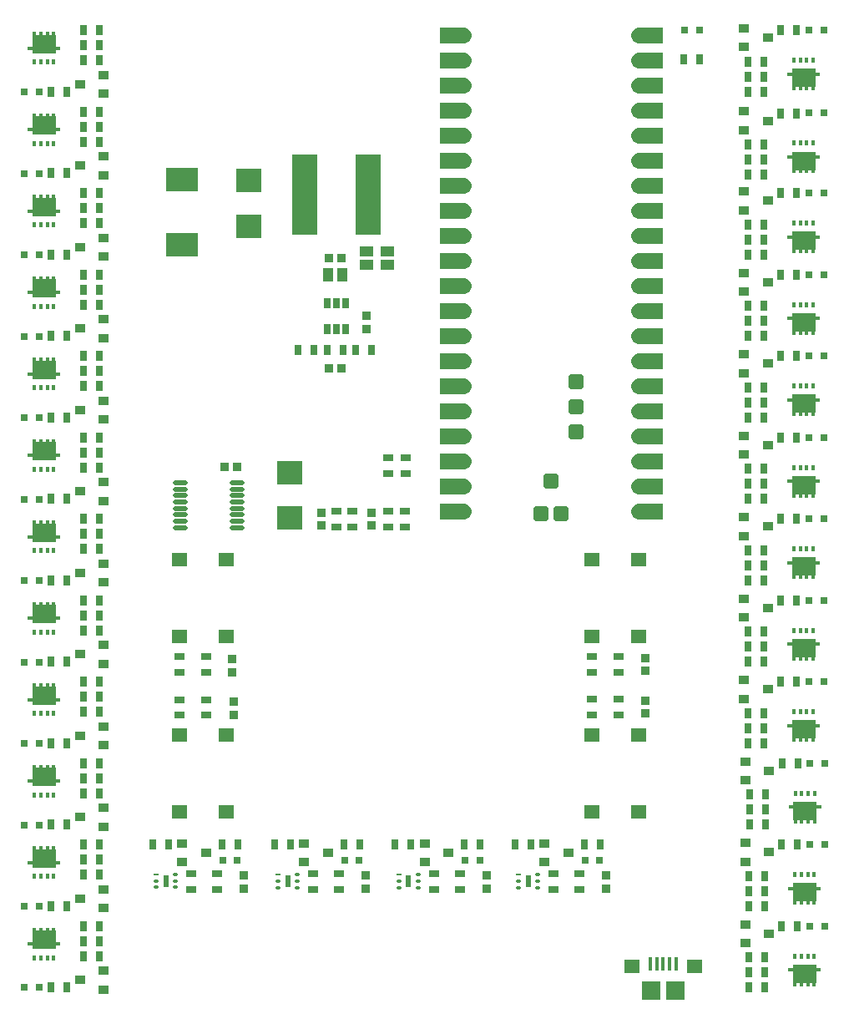
<source format=gtp>
G04*
G04 #@! TF.GenerationSoftware,Altium Limited,Altium Designer,23.2.1 (34)*
G04*
G04 Layer_Color=8421504*
%FSAX44Y44*%
%MOMM*%
G71*
G04*
G04 #@! TF.SameCoordinates,82B26229-18A1-4F51-8350-021A8CAF8BEE*
G04*
G04*
G04 #@! TF.FilePolarity,Positive*
G04*
G01*
G75*
%ADD19R,0.6154X1.2154*%
%ADD20R,0.8000X0.8000*%
%ADD21R,0.8000X1.1000*%
%ADD22R,0.5561X0.2925*%
G04:AMPARAMS|DCode=23|XSize=0.5561mm|YSize=0.2925mm|CornerRadius=0.1462mm|HoleSize=0mm|Usage=FLASHONLY|Rotation=0.000|XOffset=0mm|YOffset=0mm|HoleType=Round|Shape=RoundedRectangle|*
%AMROUNDEDRECTD23*
21,1,0.5561,0.0000,0,0,0.0*
21,1,0.2636,0.2925,0,0,0.0*
1,1,0.2925,0.1318,0.0000*
1,1,0.2925,-0.1318,0.0000*
1,1,0.2925,-0.1318,0.0000*
1,1,0.2925,0.1318,0.0000*
%
%ADD23ROUNDEDRECTD23*%
G04:AMPARAMS|DCode=24|XSize=1.1mm|YSize=0.6mm|CornerRadius=0.051mm|HoleSize=0mm|Usage=FLASHONLY|Rotation=270.000|XOffset=0mm|YOffset=0mm|HoleType=Round|Shape=RoundedRectangle|*
%AMROUNDEDRECTD24*
21,1,1.1000,0.4980,0,0,270.0*
21,1,0.9980,0.6000,0,0,270.0*
1,1,0.1020,-0.2490,-0.4990*
1,1,0.1020,-0.2490,0.4990*
1,1,0.1020,0.2490,0.4990*
1,1,0.1020,0.2490,-0.4990*
%
%ADD24ROUNDEDRECTD24*%
%ADD25R,0.9000X0.8500*%
%ADD26R,1.1000X0.8000*%
%ADD27R,0.8500X0.9000*%
%ADD28R,1.3500X1.1000*%
%ADD29R,2.6000X2.4000*%
%ADD30R,0.4000X1.3500*%
%ADD31R,1.6000X1.4000*%
%ADD32R,1.9000X1.9000*%
%ADD33R,1.0000X0.8500*%
%ADD34R,1.0000X0.8500*%
%ADD35R,2.4000X1.9000*%
%ADD36R,0.5000X0.3500*%
%ADD37R,0.3500X0.5000*%
%ADD38O,1.5000X0.4500*%
%ADD39R,3.3000X2.4000*%
%ADD40R,2.5000X1.0000*%
G04:AMPARAMS|DCode=41|XSize=2.5mm|YSize=1mm|CornerRadius=0.125mm|HoleSize=0mm|Usage=FLASHONLY|Rotation=180.000|XOffset=0mm|YOffset=0mm|HoleType=Round|Shape=RoundedRectangle|*
%AMROUNDEDRECTD41*
21,1,2.5000,0.7500,0,0,180.0*
21,1,2.2500,1.0000,0,0,180.0*
1,1,0.2500,-1.1250,0.3750*
1,1,0.2500,1.1250,0.3750*
1,1,0.2500,1.1250,-0.3750*
1,1,0.2500,-1.1250,-0.3750*
%
%ADD41ROUNDEDRECTD41*%
G04:AMPARAMS|DCode=42|XSize=1.5mm|YSize=1.5mm|CornerRadius=0.225mm|HoleSize=0mm|Usage=FLASHONLY|Rotation=180.000|XOffset=0mm|YOffset=0mm|HoleType=Round|Shape=RoundedRectangle|*
%AMROUNDEDRECTD42*
21,1,1.5000,1.0500,0,0,180.0*
21,1,1.0500,1.5000,0,0,180.0*
1,1,0.4500,-0.5250,0.5250*
1,1,0.4500,0.5250,0.5250*
1,1,0.4500,0.5250,-0.5250*
1,1,0.4500,-0.5250,-0.5250*
%
%ADD42ROUNDEDRECTD42*%
%ADD43R,1.6000X1.4000*%
%ADD44R,2.5000X8.1000*%
%ADD45R,1.1000X1.3500*%
G36*
X00525380Y00500600D02*
X00526433D01*
X00528468Y00500055D01*
X00530292Y00499002D01*
X00531782Y00497512D01*
X00532835Y00495688D01*
X00533380Y00493653D01*
Y00491547D01*
X00532835Y00489512D01*
X00531782Y00487688D01*
X00530292Y00486198D01*
X00528468Y00485145D01*
X00526433Y00484600D01*
X00525380D01*
Y00484600D01*
X00501380D01*
X00501380Y00500600D01*
X00525380D01*
X00525380Y00500600D01*
D02*
G37*
G36*
Y00526000D02*
X00526433D01*
X00528468Y00525455D01*
X00530292Y00524402D01*
X00531782Y00522912D01*
X00532835Y00521088D01*
X00533380Y00519053D01*
Y00516947D01*
X00532835Y00514912D01*
X00531782Y00513088D01*
X00530292Y00511598D01*
X00528468Y00510545D01*
X00526433Y00510000D01*
X00525380D01*
X00525380Y00510000D01*
X00501380Y00510000D01*
X00501380Y00526000D01*
X00525380Y00526000D01*
D02*
G37*
G36*
X00528468Y00550855D02*
X00530292Y00549802D01*
X00531782Y00548312D01*
X00532835Y00546488D01*
X00533380Y00544453D01*
Y00542347D01*
X00532835Y00540312D01*
X00531782Y00538488D01*
X00530292Y00536998D01*
X00528468Y00535945D01*
X00526433Y00535400D01*
X00525380D01*
Y00535400D01*
X00501380Y00535400D01*
X00501380Y00551400D01*
X00526433D01*
X00528468Y00550855D01*
D02*
G37*
G36*
X00525380Y00576800D02*
X00526433D01*
X00528468Y00576255D01*
X00530292Y00575202D01*
X00531782Y00573712D01*
X00532835Y00571888D01*
X00533380Y00569853D01*
Y00567747D01*
X00532835Y00565712D01*
X00531782Y00563888D01*
X00530292Y00562398D01*
X00528468Y00561345D01*
X00526433Y00560800D01*
X00525380D01*
X00501380Y00560800D01*
Y00576800D01*
X00525380Y00576800D01*
Y00576800D01*
D02*
G37*
G36*
Y00602200D02*
X00526433D01*
X00528468Y00601655D01*
X00530292Y00600602D01*
X00531782Y00599112D01*
X00532835Y00597288D01*
X00533380Y00595253D01*
Y00593147D01*
X00532835Y00591112D01*
X00531782Y00589288D01*
X00530292Y00587798D01*
X00528468Y00586745D01*
X00526433Y00586200D01*
X00525380Y00586200D01*
X00501380Y00586200D01*
Y00602200D01*
X00525380Y00602200D01*
X00525380Y00602200D01*
D02*
G37*
G36*
X00727220Y00484600D02*
X00703220D01*
Y00484600D01*
X00702167D01*
X00700132Y00485145D01*
X00698308Y00486198D01*
X00696818Y00487688D01*
X00695765Y00489512D01*
X00695220Y00491547D01*
Y00493653D01*
X00695765Y00495688D01*
X00696818Y00497512D01*
X00698308Y00499002D01*
X00700132Y00500055D01*
X00702167Y00500600D01*
X00703220D01*
X00703220Y00500600D01*
X00727220D01*
X00727220Y00484600D01*
D02*
G37*
G36*
X00727220Y00510000D02*
X00703220D01*
X00702167Y00510000D01*
X00700132Y00510545D01*
X00698308Y00511598D01*
X00696818Y00513088D01*
X00695765Y00514912D01*
X00695220Y00516947D01*
Y00519053D01*
X00695765Y00521088D01*
X00696818Y00522912D01*
X00698308Y00524402D01*
X00700132Y00525455D01*
X00702167Y00526000D01*
X00727220D01*
X00727220Y00510000D01*
D02*
G37*
G36*
Y00535400D02*
X00703220Y00535400D01*
Y00535400D01*
X00702167D01*
X00700132Y00535945D01*
X00698308Y00536998D01*
X00696818Y00538488D01*
X00695765Y00540312D01*
X00695220Y00542347D01*
Y00544453D01*
X00695765Y00546488D01*
X00696818Y00548312D01*
X00698308Y00549802D01*
X00700132Y00550855D01*
X00702167Y00551400D01*
X00727220D01*
X00727220Y00535400D01*
D02*
G37*
G36*
X00727220Y00560800D02*
X00703220Y00560800D01*
X00702167D01*
X00700132Y00561345D01*
X00698308Y00562398D01*
X00696818Y00563888D01*
X00695765Y00565712D01*
X00695220Y00567747D01*
Y00569853D01*
X00695765Y00571888D01*
X00696818Y00573712D01*
X00698308Y00575202D01*
X00700132Y00576255D01*
X00702167Y00576800D01*
X00727220D01*
X00727220Y00560800D01*
D02*
G37*
G36*
Y00586200D02*
X00703220D01*
X00702167Y00586200D01*
X00700132Y00586745D01*
X00698308Y00587798D01*
X00696818Y00589288D01*
X00695765Y00591112D01*
X00695220Y00593147D01*
Y00595253D01*
X00695765Y00597288D01*
X00696818Y00599112D01*
X00698308Y00600602D01*
X00700132Y00601655D01*
X00702167Y00602200D01*
X00727220D01*
X00727220Y00586200D01*
D02*
G37*
G36*
X00525380Y00627600D02*
Y00627600D01*
X00526433D01*
X00528468Y00627055D01*
X00530292Y00626002D01*
X00531782Y00624512D01*
X00532835Y00622688D01*
X00533380Y00620653D01*
Y00618547D01*
X00532835Y00616512D01*
X00531782Y00614688D01*
X00530292Y00613198D01*
X00528468Y00612145D01*
X00526433Y00611600D01*
X00525380Y00611600D01*
X00501380D01*
Y00627600D01*
X00525380Y00627600D01*
D02*
G37*
G36*
X00528468Y00652455D02*
X00530292Y00651402D01*
X00531782Y00649912D01*
X00532835Y00648088D01*
X00533380Y00646053D01*
Y00643947D01*
X00532835Y00641912D01*
X00531782Y00640088D01*
X00530292Y00638598D01*
X00528468Y00637545D01*
X00526433Y00637000D01*
X00525380Y00637000D01*
X00501380D01*
Y00653000D01*
X00525380Y00653000D01*
X00526433D01*
X00528468Y00652455D01*
D02*
G37*
G36*
Y00677855D02*
X00530292Y00676802D01*
X00531782Y00675312D01*
X00532835Y00673488D01*
X00533380Y00671453D01*
Y00669347D01*
X00532835Y00667312D01*
X00531782Y00665488D01*
X00530292Y00663998D01*
X00528468Y00662945D01*
X00526433Y00662400D01*
X00525380Y00662400D01*
X00501380D01*
X00501380Y00678400D01*
X00525380D01*
Y00678400D01*
X00526433D01*
X00528468Y00677855D01*
D02*
G37*
G36*
X00525380Y00703800D02*
X00526433D01*
X00528468Y00703255D01*
X00530292Y00702202D01*
X00531782Y00700712D01*
X00532835Y00698888D01*
X00533380Y00696853D01*
Y00694747D01*
X00532835Y00692712D01*
X00531782Y00690888D01*
X00530292Y00689398D01*
X00528468Y00688345D01*
X00526433Y00687800D01*
X00525380D01*
Y00687800D01*
X00501380Y00687800D01*
X00501380Y00703800D01*
X00525380Y00703800D01*
D02*
G37*
G36*
Y00729200D02*
X00526433D01*
X00528468Y00728655D01*
X00530292Y00727602D01*
X00531782Y00726112D01*
X00532835Y00724288D01*
X00533380Y00722253D01*
Y00720147D01*
X00532835Y00718112D01*
X00531782Y00716288D01*
X00530292Y00714798D01*
X00528468Y00713745D01*
X00526433Y00713200D01*
X00525380D01*
Y00713200D01*
X00501380D01*
X00501380Y00729200D01*
X00525380D01*
X00525380Y00729200D01*
D02*
G37*
G36*
X00727220Y00611600D02*
X00703220D01*
X00702167Y00611600D01*
X00700132Y00612145D01*
X00698308Y00613198D01*
X00696818Y00614688D01*
X00695765Y00616512D01*
X00695220Y00618547D01*
Y00620653D01*
X00695765Y00622688D01*
X00696818Y00624512D01*
X00698308Y00626002D01*
X00700132Y00627055D01*
X00702167Y00627600D01*
X00703220D01*
Y00627600D01*
X00727220Y00627600D01*
Y00611600D01*
D02*
G37*
G36*
X00727220Y00653000D02*
Y00637000D01*
X00703220D01*
X00702167Y00637000D01*
X00700132Y00637545D01*
X00698308Y00638598D01*
X00696818Y00640088D01*
X00695765Y00641912D01*
X00695220Y00643947D01*
Y00646053D01*
X00695765Y00648088D01*
X00696818Y00649912D01*
X00698308Y00651402D01*
X00700132Y00652455D01*
X00702167Y00653000D01*
X00703220D01*
X00727220Y00653000D01*
D02*
G37*
G36*
X00703220Y00678400D02*
X00727220D01*
X00727220Y00662400D01*
X00702167D01*
X00700132Y00662945D01*
X00698308Y00663998D01*
X00696818Y00665488D01*
X00695765Y00667312D01*
X00695220Y00669347D01*
Y00671453D01*
X00695765Y00673488D01*
X00696818Y00675312D01*
X00698308Y00676802D01*
X00700132Y00677855D01*
X00702167Y00678400D01*
X00703220D01*
X00703220Y00678400D01*
D02*
G37*
G36*
X00727220Y00687800D02*
X00703220D01*
Y00687800D01*
X00702167D01*
X00700132Y00688345D01*
X00698308Y00689398D01*
X00696818Y00690888D01*
X00695765Y00692712D01*
X00695220Y00694747D01*
Y00696853D01*
X00695765Y00698888D01*
X00696818Y00700712D01*
X00698308Y00702202D01*
X00700132Y00703255D01*
X00702167Y00703800D01*
X00703220D01*
X00703220Y00703800D01*
X00727220D01*
X00727220Y00687800D01*
D02*
G37*
G36*
Y00713200D02*
X00703220D01*
Y00713200D01*
X00702167D01*
X00700132Y00713745D01*
X00698308Y00714798D01*
X00696818Y00716288D01*
X00695765Y00718112D01*
X00695220Y00720147D01*
Y00722253D01*
X00695765Y00724288D01*
X00696818Y00726112D01*
X00698308Y00727602D01*
X00700132Y00728655D01*
X00702167Y00729200D01*
X00703220D01*
X00703220Y00729200D01*
X00727220D01*
X00727220Y00713200D01*
D02*
G37*
G36*
X00525380Y00754600D02*
X00526433D01*
X00528468Y00754055D01*
X00530292Y00753002D01*
X00531782Y00751512D01*
X00532835Y00749688D01*
X00533380Y00747653D01*
Y00745547D01*
X00532835Y00743512D01*
X00531782Y00741688D01*
X00530292Y00740198D01*
X00528468Y00739145D01*
X00526433Y00738600D01*
X00525380D01*
Y00738600D01*
X00501380Y00738600D01*
X00501380Y00754600D01*
X00525380Y00754600D01*
D02*
G37*
G36*
X00528468Y00779455D02*
X00530292Y00778402D01*
X00531782Y00776912D01*
X00532835Y00775088D01*
X00533380Y00773053D01*
Y00770947D01*
X00532835Y00768912D01*
X00531782Y00767088D01*
X00530292Y00765598D01*
X00528468Y00764545D01*
X00526433Y00764000D01*
X00525380D01*
X00501380Y00764000D01*
X00501380Y00780000D01*
X00526433D01*
X00528468Y00779455D01*
D02*
G37*
G36*
X00528468Y00804855D02*
X00530292Y00803802D01*
X00531782Y00802312D01*
X00532835Y00800488D01*
X00533380Y00798453D01*
Y00796347D01*
X00532835Y00794312D01*
X00531782Y00792488D01*
X00530292Y00790998D01*
X00528468Y00789945D01*
X00526433Y00789400D01*
X00525380Y00789400D01*
X00501380Y00789400D01*
Y00805400D01*
X00525380Y00805400D01*
X00526433D01*
X00528468Y00804855D01*
D02*
G37*
G36*
X00525380Y00830800D02*
X00526433D01*
X00528468Y00830255D01*
X00530292Y00829202D01*
X00531782Y00827712D01*
X00532835Y00825888D01*
X00533380Y00823853D01*
Y00821747D01*
X00532835Y00819712D01*
X00531782Y00817888D01*
X00530292Y00816398D01*
X00528468Y00815345D01*
X00526433Y00814800D01*
X00525380Y00814800D01*
X00501380D01*
X00501380Y00830800D01*
X00525380Y00830800D01*
X00525380Y00830800D01*
D02*
G37*
G36*
X00525380Y00856200D02*
Y00856200D01*
X00526433D01*
X00528468Y00855655D01*
X00530292Y00854602D01*
X00531782Y00853112D01*
X00532835Y00851288D01*
X00533380Y00849253D01*
Y00847147D01*
X00532835Y00845112D01*
X00531782Y00843288D01*
X00530292Y00841798D01*
X00528468Y00840745D01*
X00526433Y00840200D01*
X00525380Y00840200D01*
X00501380D01*
X00501380Y00856200D01*
X00525380Y00856200D01*
D02*
G37*
G36*
X00727220Y00738600D02*
X00703220Y00738600D01*
X00703220Y00738600D01*
X00702167D01*
X00700132Y00739145D01*
X00698308Y00740198D01*
X00696818Y00741688D01*
X00695765Y00743512D01*
X00695220Y00745547D01*
Y00747653D01*
X00695765Y00749688D01*
X00696818Y00751512D01*
X00698308Y00753002D01*
X00700132Y00754055D01*
X00702167Y00754600D01*
X00727220D01*
X00727220Y00738600D01*
D02*
G37*
G36*
Y00764000D02*
X00703220Y00764000D01*
X00702167D01*
X00700132Y00764545D01*
X00698308Y00765598D01*
X00696818Y00767088D01*
X00695765Y00768912D01*
X00695220Y00770947D01*
Y00773053D01*
X00695765Y00775088D01*
X00696818Y00776912D01*
X00698308Y00778402D01*
X00700132Y00779455D01*
X00702167Y00780000D01*
X00727220D01*
X00727220Y00764000D01*
D02*
G37*
G36*
Y00789400D02*
X00703220Y00789400D01*
X00702167D01*
X00700132Y00789945D01*
X00698308Y00790998D01*
X00696818Y00792488D01*
X00695765Y00794312D01*
X00695220Y00796347D01*
Y00798453D01*
X00695765Y00800488D01*
X00696818Y00802312D01*
X00698308Y00803802D01*
X00700132Y00804855D01*
X00702167Y00805400D01*
X00727220D01*
Y00789400D01*
D02*
G37*
G36*
Y00830800D02*
X00727220Y00814800D01*
X00703220Y00814800D01*
X00702167Y00814800D01*
X00700132Y00815345D01*
X00698308Y00816398D01*
X00696818Y00817888D01*
X00695765Y00819712D01*
X00695220Y00821747D01*
Y00823853D01*
X00695765Y00825888D01*
X00696818Y00827712D01*
X00698308Y00829202D01*
X00700132Y00830255D01*
X00702167Y00830800D01*
X00703220D01*
X00703220Y00830800D01*
X00727220Y00830800D01*
D02*
G37*
G36*
X00727220Y00840200D02*
X00703220D01*
X00702167Y00840200D01*
X00700132Y00840745D01*
X00698308Y00841798D01*
X00696818Y00843288D01*
X00695765Y00845112D01*
X00695220Y00847147D01*
Y00849253D01*
X00695765Y00851288D01*
X00696818Y00853112D01*
X00698308Y00854602D01*
X00700132Y00855655D01*
X00702167Y00856200D01*
X00703220D01*
Y00856200D01*
X00727220Y00856200D01*
Y00840200D01*
D02*
G37*
G36*
X00528468Y00881055D02*
X00530292Y00880002D01*
X00531782Y00878512D01*
X00532835Y00876688D01*
X00533380Y00874653D01*
Y00872547D01*
X00532835Y00870512D01*
X00531782Y00868688D01*
X00530292Y00867198D01*
X00528468Y00866145D01*
X00526433Y00865600D01*
X00525380Y00865600D01*
X00501380D01*
Y00881600D01*
X00525380Y00881600D01*
X00526433D01*
X00528468Y00881055D01*
D02*
G37*
G36*
Y00906455D02*
X00530292Y00905402D01*
X00531782Y00903912D01*
X00532835Y00902088D01*
X00533380Y00900053D01*
Y00897947D01*
X00532835Y00895912D01*
X00531782Y00894088D01*
X00530292Y00892598D01*
X00528468Y00891545D01*
X00526433Y00891000D01*
X00525380Y00891000D01*
X00501380D01*
X00501380Y00907000D01*
X00525380D01*
Y00907000D01*
X00526433D01*
X00528468Y00906455D01*
D02*
G37*
G36*
X00525380Y00932400D02*
X00526433D01*
X00528468Y00931855D01*
X00530292Y00930802D01*
X00531782Y00929312D01*
X00532835Y00927488D01*
X00533380Y00925453D01*
Y00923347D01*
X00532835Y00921312D01*
X00531782Y00919488D01*
X00530292Y00917998D01*
X00528468Y00916945D01*
X00526433Y00916400D01*
X00525380D01*
Y00916400D01*
X00501380Y00916400D01*
X00501380Y00932400D01*
X00525380D01*
X00525380Y00932400D01*
D02*
G37*
G36*
X00528468Y00957255D02*
X00530292Y00956202D01*
X00531782Y00954712D01*
X00532835Y00952888D01*
X00533380Y00950853D01*
Y00948747D01*
X00532835Y00946712D01*
X00531782Y00944888D01*
X00530292Y00943398D01*
X00528468Y00942345D01*
X00526433Y00941800D01*
X00525380Y00941800D01*
X00501380Y00941800D01*
Y00957800D01*
X00526433D01*
X00528468Y00957255D01*
D02*
G37*
G36*
X00525380Y00983200D02*
X00526433D01*
X00528468Y00982655D01*
X00530292Y00981602D01*
X00531782Y00980112D01*
X00532835Y00978288D01*
X00533380Y00976253D01*
Y00974147D01*
X00532835Y00972112D01*
X00531782Y00970288D01*
X00530292Y00968798D01*
X00528468Y00967745D01*
X00526433Y00967200D01*
X00525380D01*
Y00967200D01*
X00501380Y00967200D01*
X00501380Y00983200D01*
X00525380Y00983200D01*
D02*
G37*
G36*
X00727220Y00865600D02*
X00703220D01*
X00702167Y00865600D01*
X00700132Y00866145D01*
X00698308Y00867198D01*
X00696818Y00868688D01*
X00695765Y00870512D01*
X00695220Y00872547D01*
Y00874653D01*
X00695765Y00876688D01*
X00696818Y00878512D01*
X00698308Y00880002D01*
X00700132Y00881055D01*
X00702167Y00881600D01*
X00727220D01*
X00727220Y00865600D01*
D02*
G37*
G36*
X00703220Y00907000D02*
X00727220D01*
X00727220Y00891000D01*
X00703220D01*
X00702167Y00891000D01*
X00700132Y00891545D01*
X00698308Y00892598D01*
X00696818Y00894088D01*
X00695765Y00895912D01*
X00695220Y00897947D01*
Y00900053D01*
X00695765Y00902088D01*
X00696818Y00903912D01*
X00698308Y00905402D01*
X00700132Y00906455D01*
X00702167Y00907000D01*
X00703220D01*
Y00907000D01*
D02*
G37*
G36*
X00727220Y00916400D02*
X00703220Y00916400D01*
Y00916400D01*
X00702167D01*
X00700132Y00916945D01*
X00698308Y00917998D01*
X00696818Y00919488D01*
X00695765Y00921312D01*
X00695220Y00923347D01*
Y00925453D01*
X00695765Y00927488D01*
X00696818Y00929312D01*
X00698308Y00930802D01*
X00700132Y00931855D01*
X00702167Y00932400D01*
X00703220D01*
X00703220Y00932400D01*
X00727220D01*
X00727220Y00916400D01*
D02*
G37*
G36*
Y00941800D02*
X00703220D01*
X00702167Y00941800D01*
X00700132Y00942345D01*
X00698308Y00943398D01*
X00696818Y00944888D01*
X00695765Y00946712D01*
X00695220Y00948747D01*
Y00950853D01*
X00695765Y00952888D01*
X00696818Y00954712D01*
X00698308Y00956202D01*
X00700132Y00957255D01*
X00702167Y00957800D01*
X00727220D01*
X00727220Y00941800D01*
D02*
G37*
G36*
X00727220Y00967200D02*
X00703220Y00967200D01*
Y00967200D01*
X00702167D01*
X00700132Y00967745D01*
X00698308Y00968798D01*
X00696818Y00970288D01*
X00695765Y00972112D01*
X00695220Y00974147D01*
Y00976253D01*
X00695765Y00978288D01*
X00696818Y00980112D01*
X00698308Y00981602D01*
X00700132Y00982655D01*
X00702167Y00983200D01*
X00727220D01*
X00727220Y00967200D01*
D02*
G37*
D19*
X00347027Y00118238D02*
D03*
X00223427Y00118268D02*
D03*
X00590881Y00118238D02*
D03*
X00469347D02*
D03*
D20*
X00749420Y00980440D02*
D03*
X00764420D02*
D03*
X00079700Y00092646D02*
D03*
X00094700D02*
D03*
X00079700Y00422846D02*
D03*
X00094700D02*
D03*
X00079700Y00670496D02*
D03*
X00094700D02*
D03*
X00079700Y00505396D02*
D03*
X00094700D02*
D03*
X00079700Y00753046D02*
D03*
X00094700D02*
D03*
X00891540Y00072454D02*
D03*
X00876540D02*
D03*
X00875540Y00320104D02*
D03*
X00890540D02*
D03*
X00079700Y00175196D02*
D03*
X00094700D02*
D03*
X00526796Y00139117D02*
D03*
X00541796D02*
D03*
X00280876D02*
D03*
X00295876D02*
D03*
X00079700Y00257746D02*
D03*
X00094700D02*
D03*
X00648330Y00139117D02*
D03*
X00663330D02*
D03*
X00875540Y00567754D02*
D03*
X00890540D02*
D03*
X00079700Y00340296D02*
D03*
X00094700D02*
D03*
X00079700Y00587946D02*
D03*
X00094700D02*
D03*
X00876810Y00237554D02*
D03*
X00891810Y00237554D02*
D03*
X00875540Y00815395D02*
D03*
X00890540D02*
D03*
X00404476Y00139117D02*
D03*
X00419476D02*
D03*
X00875540Y00485204D02*
D03*
X00890540D02*
D03*
X00875540Y00650304D02*
D03*
X00890540D02*
D03*
X00094700Y00835596D02*
D03*
X00079700Y00835596D02*
D03*
Y00918146D02*
D03*
X00094700D02*
D03*
X00876540Y00155004D02*
D03*
X00891540D02*
D03*
X00875540Y00402654D02*
D03*
X00890540D02*
D03*
X00875540Y00732854D02*
D03*
X00890540D02*
D03*
X00094700Y00010160D02*
D03*
X00079700D02*
D03*
X00890540Y00980704D02*
D03*
X00875540Y00980704D02*
D03*
X00890540Y00896664D02*
D03*
X00875540D02*
D03*
D21*
X00748920Y00951230D02*
D03*
X00764920D02*
D03*
X00830960Y00040640D02*
D03*
X00814960D02*
D03*
X00863980Y00154940D02*
D03*
X00847980D02*
D03*
X00815230Y00205740D02*
D03*
X00831230D02*
D03*
X00813960Y00288290D02*
D03*
X00829960D02*
D03*
X00864250Y00237490D02*
D03*
X00848250D02*
D03*
X00156280Y00057150D02*
D03*
X00140280D02*
D03*
X00829960Y00588010D02*
D03*
X00813960D02*
D03*
X00813960Y00685800D02*
D03*
X00829960D02*
D03*
X00813960Y00768341D02*
D03*
X00829960D02*
D03*
X00156280Y00320040D02*
D03*
X00140280D02*
D03*
Y00454660D02*
D03*
X00156280D02*
D03*
Y00402590D02*
D03*
X00140280D02*
D03*
Y00372110D02*
D03*
X00156280D02*
D03*
X00123260Y00422910D02*
D03*
X00107260D02*
D03*
X00123260Y00505460D02*
D03*
X00107260D02*
D03*
X00156280Y00567690D02*
D03*
X00140280D02*
D03*
X00156280Y00650240D02*
D03*
X00140280D02*
D03*
Y00619760D02*
D03*
X00156280D02*
D03*
X00123260Y00670560D02*
D03*
X00107260D02*
D03*
X00140280Y00702310D02*
D03*
X00156280D02*
D03*
X00123260Y00753110D02*
D03*
X00107260D02*
D03*
X00140280Y00965200D02*
D03*
X00156280D02*
D03*
X00814960Y00010160D02*
D03*
X00830960D02*
D03*
X00280376Y00155279D02*
D03*
X00296376Y00155279D02*
D03*
X00830960Y00092710D02*
D03*
X00814960D02*
D03*
Y00107950D02*
D03*
X00830960D02*
D03*
X00815230Y00190500D02*
D03*
X00831230D02*
D03*
X00526296Y00155279D02*
D03*
X00542296D02*
D03*
X00862980Y00485140D02*
D03*
X00846980D02*
D03*
X00862980Y00402590D02*
D03*
X00846980D02*
D03*
X00107260Y00010160D02*
D03*
X00123260D02*
D03*
X00829960Y00753101D02*
D03*
X00813960D02*
D03*
X00140280Y00072390D02*
D03*
X00156280D02*
D03*
X00829960Y00834370D02*
D03*
X00813960D02*
D03*
X00862980Y00650240D02*
D03*
X00846980D02*
D03*
X00813960Y00453390D02*
D03*
X00829960D02*
D03*
X00140280Y00154940D02*
D03*
X00156280D02*
D03*
X00140280Y00207010D02*
D03*
X00156280D02*
D03*
X00349527Y00155279D02*
D03*
X00333527D02*
D03*
X00123260Y00175260D02*
D03*
X00107260D02*
D03*
X00156280Y00124460D02*
D03*
X00140280D02*
D03*
X00862980Y00732790D02*
D03*
X00846980D02*
D03*
X00813960Y00701040D02*
D03*
X00829960D02*
D03*
X00813960Y00535940D02*
D03*
X00829960D02*
D03*
X00123260Y00257810D02*
D03*
X00107260D02*
D03*
X00813960Y00783581D02*
D03*
X00829960D02*
D03*
X00140280Y00552450D02*
D03*
X00156280D02*
D03*
X00140280Y00717550D02*
D03*
X00156280D02*
D03*
X00829960Y00257810D02*
D03*
X00813960Y00257810D02*
D03*
X00829960Y00340360D02*
D03*
X00813960D02*
D03*
Y00355600D02*
D03*
X00829960D02*
D03*
X00862980Y00896600D02*
D03*
X00846980D02*
D03*
X00471847Y00155279D02*
D03*
X00455847D02*
D03*
X00813960Y00438150D02*
D03*
X00829960D02*
D03*
X00813960Y00603250D02*
D03*
X00829960D02*
D03*
X00156280Y00139700D02*
D03*
X00140280D02*
D03*
X00862980Y00980640D02*
D03*
X00846980D02*
D03*
X00829960Y00505460D02*
D03*
X00813960Y00505460D02*
D03*
X00140280Y00304800D02*
D03*
X00156280D02*
D03*
X00140280Y00387350D02*
D03*
X00156280D02*
D03*
X00386890Y00656630D02*
D03*
X00402890D02*
D03*
X00140280Y00784860D02*
D03*
X00156280D02*
D03*
Y00732790D02*
D03*
X00140280D02*
D03*
Y00897890D02*
D03*
X00156280D02*
D03*
X00140280Y00949960D02*
D03*
X00156280D02*
D03*
X00814960Y00123190D02*
D03*
X00830960D02*
D03*
X00847980Y00072390D02*
D03*
X00863980D02*
D03*
X00862980Y00320040D02*
D03*
X00846980D02*
D03*
X00813960Y00370840D02*
D03*
X00829960Y00370840D02*
D03*
X00813960Y00849610D02*
D03*
X00829960D02*
D03*
X00813960Y00933650D02*
D03*
X00829960D02*
D03*
X00225927Y00155279D02*
D03*
X00209927D02*
D03*
X00140280Y00289560D02*
D03*
X00156280D02*
D03*
Y00237490D02*
D03*
X00140280D02*
D03*
X00123260Y00340360D02*
D03*
X00107260D02*
D03*
X00156280Y00485140D02*
D03*
X00140280D02*
D03*
Y00537210D02*
D03*
X00156280D02*
D03*
X00123260Y00588010D02*
D03*
X00107260D02*
D03*
X00140280Y00800100D02*
D03*
X00156280D02*
D03*
X00140280Y00882650D02*
D03*
X00156280D02*
D03*
X00830960Y00025400D02*
D03*
X00814960D02*
D03*
X00831230Y00175260D02*
D03*
X00815230D02*
D03*
X00403976Y00155279D02*
D03*
X00419976D02*
D03*
X00647830D02*
D03*
X00663830D02*
D03*
X00813960Y00273050D02*
D03*
X00829960D02*
D03*
X00813960Y00864850D02*
D03*
X00829960D02*
D03*
X00593381Y00155279D02*
D03*
X00577381D02*
D03*
X00156280Y00041910D02*
D03*
X00140280D02*
D03*
X00813960Y00948890D02*
D03*
X00829960D02*
D03*
X00862980Y00815331D02*
D03*
X00846980D02*
D03*
X00813960Y00618490D02*
D03*
X00829960Y00618490D02*
D03*
X00107260Y00092710D02*
D03*
X00123260D02*
D03*
X00862980Y00567690D02*
D03*
X00846980D02*
D03*
X00140280Y00469900D02*
D03*
X00156280D02*
D03*
X00416180Y00656630D02*
D03*
X00432180D02*
D03*
X00140280Y00635000D02*
D03*
X00156280D02*
D03*
X00357704Y00656630D02*
D03*
X00373704D02*
D03*
X00156280Y00980440D02*
D03*
X00140280D02*
D03*
X00829960Y00422910D02*
D03*
X00813960D02*
D03*
X00140280Y00222250D02*
D03*
X00156280D02*
D03*
X00813960Y00520700D02*
D03*
X00829960D02*
D03*
X00829960Y00670560D02*
D03*
X00813960Y00670560D02*
D03*
X00107260Y00835660D02*
D03*
X00123260D02*
D03*
Y00918210D02*
D03*
X00107260D02*
D03*
X00829960Y00918410D02*
D03*
X00813960D02*
D03*
X00156280Y00867410D02*
D03*
X00140280D02*
D03*
X00156280Y00815340D02*
D03*
X00140280D02*
D03*
D22*
X00337247Y00124738D02*
D03*
X00213647Y00124768D02*
D03*
X00581101Y00124738D02*
D03*
X00459566D02*
D03*
D23*
X00337247Y00118238D02*
D03*
Y00111738D02*
D03*
X00356807D02*
D03*
Y00118238D02*
D03*
Y00124738D02*
D03*
X00213647Y00118268D02*
D03*
Y00111768D02*
D03*
X00233207D02*
D03*
Y00118268D02*
D03*
Y00124768D02*
D03*
X00600661Y00124738D02*
D03*
Y00118238D02*
D03*
Y00111738D02*
D03*
X00581101D02*
D03*
Y00118238D02*
D03*
X00479127Y00124738D02*
D03*
Y00118238D02*
D03*
Y00111738D02*
D03*
X00459566D02*
D03*
Y00118238D02*
D03*
D24*
X00405890Y00677380D02*
D03*
X00396390D02*
D03*
X00386890D02*
D03*
Y00704379D02*
D03*
X00396390D02*
D03*
X00405890D02*
D03*
D25*
X00548668Y00110617D02*
D03*
Y00123617D02*
D03*
X00426348Y00110617D02*
D03*
Y00123617D02*
D03*
X00302748Y00110617D02*
D03*
Y00123617D02*
D03*
X00670202Y00110617D02*
D03*
Y00123617D02*
D03*
X00709930Y00288140D02*
D03*
Y00301140D02*
D03*
Y00344320D02*
D03*
Y00331320D02*
D03*
X00291924Y00286728D02*
D03*
Y00299728D02*
D03*
X00290830Y00343050D02*
D03*
Y00330050D02*
D03*
X00426720Y00691030D02*
D03*
Y00678030D02*
D03*
X00381000Y00491770D02*
D03*
Y00478770D02*
D03*
X00431800Y00491520D02*
D03*
Y00478520D02*
D03*
D26*
X00521596Y00125481D02*
D03*
Y00109481D02*
D03*
X00275676Y00125481D02*
D03*
Y00109481D02*
D03*
X00643130D02*
D03*
Y00125481D02*
D03*
X00616840Y00109481D02*
D03*
Y00125481D02*
D03*
X00682742Y00345820D02*
D03*
Y00329820D02*
D03*
X00264702Y00302228D02*
D03*
Y00286228D02*
D03*
X00448729Y00547560D02*
D03*
Y00531560D02*
D03*
X00249386Y00109481D02*
D03*
Y00125481D02*
D03*
X00237480Y00345570D02*
D03*
Y00329570D02*
D03*
X00682742Y00302340D02*
D03*
Y00286340D02*
D03*
X00655520Y00345820D02*
D03*
Y00329820D02*
D03*
X00495306Y00109481D02*
D03*
Y00125481D02*
D03*
X00372986Y00109481D02*
D03*
Y00125481D02*
D03*
X00399276Y00109481D02*
D03*
Y00125481D02*
D03*
X00237480Y00302228D02*
D03*
Y00286228D02*
D03*
X00396240Y00477020D02*
D03*
Y00493020D02*
D03*
X00466200Y00477020D02*
D03*
Y00493020D02*
D03*
X00448730Y00477270D02*
D03*
Y00493270D02*
D03*
X00466393Y00547560D02*
D03*
Y00531560D02*
D03*
X00264702Y00345570D02*
D03*
Y00329570D02*
D03*
X00412100Y00477270D02*
D03*
Y00493270D02*
D03*
X00655520Y00302340D02*
D03*
Y00286340D02*
D03*
D27*
X00282803Y00538367D02*
D03*
X00295803D02*
D03*
X00401390Y00637754D02*
D03*
X00388390D02*
D03*
X00401390Y00749610D02*
D03*
X00388390D02*
D03*
D28*
X00426720Y00742610D02*
D03*
Y00756610D02*
D03*
X00448310D02*
D03*
Y00742610D02*
D03*
D29*
X00307340Y00828180D02*
D03*
Y00782180D02*
D03*
X00349250Y00486270D02*
D03*
Y00532270D02*
D03*
D30*
X00714860Y00034290D02*
D03*
X00721360D02*
D03*
X00727860D02*
D03*
X00734360D02*
D03*
X00740860D02*
D03*
D31*
X00695860Y00032040D02*
D03*
X00759860D02*
D03*
D32*
X00715860Y00007540D02*
D03*
X00739860D02*
D03*
D33*
X00834960Y00064770D02*
D03*
X00810960Y00074270D02*
D03*
X00811230Y00239370D02*
D03*
X00835230Y00229870D02*
D03*
X00809960Y00321920D02*
D03*
X00833960Y00312420D02*
D03*
X00509846Y00147029D02*
D03*
X00485846Y00156529D02*
D03*
X00136280Y00430530D02*
D03*
X00160280Y00421030D02*
D03*
X00136280Y00347980D02*
D03*
X00160280Y00338480D02*
D03*
X00136280Y00595630D02*
D03*
X00160280Y00586130D02*
D03*
X00136280Y00678180D02*
D03*
X00160280Y00668680D02*
D03*
X00631380Y00147029D02*
D03*
X00607380Y00156529D02*
D03*
X00809960Y00487020D02*
D03*
X00833960Y00477520D02*
D03*
X00809960Y00569570D02*
D03*
X00833960Y00560070D02*
D03*
X00809960Y00734670D02*
D03*
X00833960Y00725170D02*
D03*
X00263926Y00147029D02*
D03*
X00239926Y00156529D02*
D03*
X00136280Y00182880D02*
D03*
X00160280Y00173380D02*
D03*
Y00090830D02*
D03*
X00136280Y00100330D02*
D03*
X00809960Y00817211D02*
D03*
X00833960Y00807711D02*
D03*
X00136280Y00760730D02*
D03*
X00160280Y00751230D02*
D03*
X00136280Y00925830D02*
D03*
X00160280Y00916330D02*
D03*
X00810960Y00156820D02*
D03*
X00834960Y00147320D02*
D03*
X00809960Y00404470D02*
D03*
X00833960Y00394970D02*
D03*
X00387526Y00147029D02*
D03*
X00363526Y00156529D02*
D03*
X00136280Y00265430D02*
D03*
X00160280Y00255930D02*
D03*
X00136280Y00513080D02*
D03*
X00160280Y00503580D02*
D03*
X00809960Y00898480D02*
D03*
X00833960Y00888980D02*
D03*
X00160280Y00008280D02*
D03*
X00136280Y00017780D02*
D03*
X00809960Y00982520D02*
D03*
X00833960Y00973020D02*
D03*
X00809960Y00652120D02*
D03*
X00833960Y00642620D02*
D03*
X00160280Y00833780D02*
D03*
X00136280Y00843280D02*
D03*
D34*
X00810960Y00055270D02*
D03*
X00811230Y00220370D02*
D03*
X00809960Y00302920D02*
D03*
X00485846Y00137529D02*
D03*
X00160280Y00440030D02*
D03*
Y00357480D02*
D03*
Y00605130D02*
D03*
Y00687680D02*
D03*
X00607380Y00137529D02*
D03*
X00809960Y00468020D02*
D03*
Y00550570D02*
D03*
Y00715670D02*
D03*
X00239926Y00137529D02*
D03*
X00160280Y00192380D02*
D03*
Y00109830D02*
D03*
X00809960Y00798211D02*
D03*
X00160280Y00770230D02*
D03*
Y00935330D02*
D03*
X00810960Y00137820D02*
D03*
X00809960Y00385470D02*
D03*
X00363526Y00137529D02*
D03*
X00160280Y00274930D02*
D03*
Y00522580D02*
D03*
X00809960Y00879480D02*
D03*
X00160280Y00027280D02*
D03*
X00809960Y00963520D02*
D03*
Y00633120D02*
D03*
X00160280Y00852780D02*
D03*
D35*
X00100020Y00058420D02*
D03*
X00871490Y00189230D02*
D03*
X00870220Y00436880D02*
D03*
Y00354330D02*
D03*
Y00601980D02*
D03*
X00100020Y00306070D02*
D03*
Y00223520D02*
D03*
Y00471170D02*
D03*
X00871220Y00024130D02*
D03*
X00870220Y00848340D02*
D03*
X00870220Y00932380D02*
D03*
Y00684530D02*
D03*
X00871220Y00106680D02*
D03*
X00870220Y00271780D02*
D03*
X00100020Y00388620D02*
D03*
Y00636270D02*
D03*
Y00553720D02*
D03*
Y00801370D02*
D03*
Y00140970D02*
D03*
X00870220Y00767071D02*
D03*
X00870220Y00519430D02*
D03*
X00100020Y00718820D02*
D03*
X00100020Y00883920D02*
D03*
X00100020Y00966470D02*
D03*
D36*
X00086020Y00054420D02*
D03*
X00114020Y00054420D02*
D03*
X00885490Y00193230D02*
D03*
X00857490Y00193230D02*
D03*
X00884220Y00440880D02*
D03*
X00856220Y00440880D02*
D03*
X00884220Y00358330D02*
D03*
X00856220Y00358330D02*
D03*
X00884220Y00605980D02*
D03*
X00856220Y00605980D02*
D03*
X00114020Y00302070D02*
D03*
X00086020Y00302070D02*
D03*
X00114020Y00219520D02*
D03*
X00086020Y00219520D02*
D03*
X00114020Y00467170D02*
D03*
X00086020Y00467170D02*
D03*
X00857220Y00028130D02*
D03*
X00885220Y00028130D02*
D03*
X00884220Y00852340D02*
D03*
X00856220Y00852340D02*
D03*
X00884220Y00936380D02*
D03*
X00856220Y00936380D02*
D03*
X00884220Y00688530D02*
D03*
X00856220Y00688530D02*
D03*
X00885220Y00110680D02*
D03*
X00857220Y00110680D02*
D03*
X00884220Y00275780D02*
D03*
X00856220Y00275780D02*
D03*
X00114020Y00384620D02*
D03*
X00086020Y00384620D02*
D03*
X00114020Y00632270D02*
D03*
X00086020Y00632270D02*
D03*
X00114020Y00549720D02*
D03*
X00086020Y00549720D02*
D03*
X00114020Y00797370D02*
D03*
X00086020Y00797370D02*
D03*
Y00136970D02*
D03*
X00114020Y00136970D02*
D03*
X00884220Y00771071D02*
D03*
X00856220Y00771071D02*
D03*
X00884220Y00523430D02*
D03*
X00856220Y00523430D02*
D03*
X00114020Y00714820D02*
D03*
X00086020Y00714820D02*
D03*
Y00879920D02*
D03*
X00114020Y00879920D02*
D03*
X00114020Y00962470D02*
D03*
X00086020Y00962470D02*
D03*
D37*
X00109770Y00068420D02*
D03*
X00103270D02*
D03*
X00096770D02*
D03*
X00090270D02*
D03*
X00109770Y00040420D02*
D03*
X00103270D02*
D03*
X00096770D02*
D03*
X00090270D02*
D03*
X00861740Y00179230D02*
D03*
X00868240D02*
D03*
X00874740D02*
D03*
X00881240D02*
D03*
X00861740Y00207230D02*
D03*
X00868240D02*
D03*
X00874740D02*
D03*
X00881240D02*
D03*
X00860470Y00426880D02*
D03*
X00866970D02*
D03*
X00873470D02*
D03*
X00879970D02*
D03*
X00860470Y00454880D02*
D03*
X00866970D02*
D03*
X00873470D02*
D03*
X00879970D02*
D03*
X00860470Y00344330D02*
D03*
X00866970D02*
D03*
X00873470D02*
D03*
X00879970D02*
D03*
X00860470Y00372330D02*
D03*
X00866970Y00372330D02*
D03*
X00873470Y00372330D02*
D03*
X00879970Y00372330D02*
D03*
X00860470Y00591980D02*
D03*
X00866970D02*
D03*
X00873470D02*
D03*
X00879970D02*
D03*
X00860470Y00619980D02*
D03*
X00866970Y00619980D02*
D03*
X00873470Y00619980D02*
D03*
X00879970Y00619980D02*
D03*
X00090270Y00288070D02*
D03*
X00096770D02*
D03*
X00103270D02*
D03*
X00109770D02*
D03*
X00090270Y00316070D02*
D03*
X00096770D02*
D03*
X00103270D02*
D03*
X00109770D02*
D03*
X00090270Y00205520D02*
D03*
X00096770D02*
D03*
X00103270D02*
D03*
X00109770D02*
D03*
X00090270Y00233520D02*
D03*
X00096770D02*
D03*
X00103270D02*
D03*
X00109770D02*
D03*
X00090270Y00453170D02*
D03*
X00096770D02*
D03*
X00103270D02*
D03*
X00109770D02*
D03*
X00090270Y00481170D02*
D03*
X00096770D02*
D03*
X00103270D02*
D03*
X00109770D02*
D03*
X00880970Y00042130D02*
D03*
X00874470D02*
D03*
X00867970D02*
D03*
X00861470D02*
D03*
X00880970Y00014130D02*
D03*
X00874470D02*
D03*
X00867970D02*
D03*
X00861470D02*
D03*
X00860470Y00838340D02*
D03*
X00866970D02*
D03*
X00873470D02*
D03*
X00879970D02*
D03*
X00860470Y00866340D02*
D03*
X00866970Y00866340D02*
D03*
X00873470Y00866340D02*
D03*
X00879970Y00866340D02*
D03*
X00860470Y00922380D02*
D03*
X00866970D02*
D03*
X00873470D02*
D03*
X00879970D02*
D03*
X00860470Y00950380D02*
D03*
X00866970D02*
D03*
X00873470D02*
D03*
X00879970D02*
D03*
X00860470Y00674530D02*
D03*
X00866970D02*
D03*
X00873470D02*
D03*
X00879970D02*
D03*
X00860470Y00702530D02*
D03*
X00866970Y00702530D02*
D03*
X00873470Y00702530D02*
D03*
X00879970Y00702530D02*
D03*
X00861470Y00096680D02*
D03*
X00867970D02*
D03*
X00874470D02*
D03*
X00880970D02*
D03*
X00861470Y00124680D02*
D03*
X00867970D02*
D03*
X00874470D02*
D03*
X00880970D02*
D03*
X00860470Y00261780D02*
D03*
X00866970D02*
D03*
X00873470D02*
D03*
X00879970D02*
D03*
X00860470Y00289780D02*
D03*
X00866970D02*
D03*
X00873470D02*
D03*
X00879970D02*
D03*
X00090270Y00370620D02*
D03*
X00096770D02*
D03*
X00103270D02*
D03*
X00109770D02*
D03*
X00090270Y00398620D02*
D03*
X00096770D02*
D03*
X00103270D02*
D03*
X00109770D02*
D03*
X00090270Y00618270D02*
D03*
X00096770D02*
D03*
X00103270D02*
D03*
X00109770D02*
D03*
X00090270Y00646270D02*
D03*
X00096770D02*
D03*
X00103270D02*
D03*
X00109770D02*
D03*
X00090270Y00535720D02*
D03*
X00096770D02*
D03*
X00103270D02*
D03*
X00109770D02*
D03*
X00090270Y00563720D02*
D03*
X00096770D02*
D03*
X00103270D02*
D03*
X00109770D02*
D03*
X00090270Y00783370D02*
D03*
X00096770D02*
D03*
X00103270D02*
D03*
X00109770D02*
D03*
X00090270Y00811370D02*
D03*
X00096770D02*
D03*
X00103270D02*
D03*
X00109770D02*
D03*
Y00150970D02*
D03*
X00103270D02*
D03*
X00096770D02*
D03*
X00090270D02*
D03*
X00109770Y00122970D02*
D03*
X00103270D02*
D03*
X00096770D02*
D03*
X00090270D02*
D03*
X00860470Y00757071D02*
D03*
X00866970D02*
D03*
X00873470D02*
D03*
X00879970D02*
D03*
X00860470Y00785071D02*
D03*
X00866970Y00785071D02*
D03*
X00873470Y00785071D02*
D03*
X00879970Y00785071D02*
D03*
X00860470Y00509430D02*
D03*
X00866970D02*
D03*
X00873470D02*
D03*
X00879970D02*
D03*
X00860470Y00537430D02*
D03*
X00866970D02*
D03*
X00873470D02*
D03*
X00879970D02*
D03*
X00090270Y00700820D02*
D03*
X00096770D02*
D03*
X00103270D02*
D03*
X00109770D02*
D03*
X00090270Y00728820D02*
D03*
X00096770D02*
D03*
X00103270D02*
D03*
X00109770D02*
D03*
Y00893920D02*
D03*
X00103270D02*
D03*
X00096770D02*
D03*
X00090270D02*
D03*
X00109770Y00865920D02*
D03*
X00103270Y00865920D02*
D03*
X00096770Y00865920D02*
D03*
X00090270Y00865920D02*
D03*
Y00948470D02*
D03*
X00096770D02*
D03*
X00103270D02*
D03*
X00109770D02*
D03*
X00090270Y00976470D02*
D03*
X00096770D02*
D03*
X00103270D02*
D03*
X00109770D02*
D03*
D38*
X00237700Y00521860D02*
D03*
Y00515360D02*
D03*
Y00508860D02*
D03*
Y00502360D02*
D03*
Y00495860D02*
D03*
Y00489360D02*
D03*
Y00482860D02*
D03*
Y00476360D02*
D03*
X00295700Y00521860D02*
D03*
Y00515360D02*
D03*
Y00508860D02*
D03*
Y00502360D02*
D03*
Y00495860D02*
D03*
Y00489360D02*
D03*
Y00482860D02*
D03*
Y00476360D02*
D03*
D39*
X00240030Y00829310D02*
D03*
Y00763310D02*
D03*
D40*
X00713700Y00975360D02*
D03*
Y00949960D02*
D03*
Y00924560D02*
D03*
Y00899160D02*
D03*
Y00873760D02*
D03*
Y00848360D02*
D03*
Y00822960D02*
D03*
Y00797560D02*
D03*
Y00772160D02*
D03*
Y00746760D02*
D03*
Y00721360D02*
D03*
Y00695960D02*
D03*
Y00670560D02*
D03*
Y00645160D02*
D03*
Y00619760D02*
D03*
Y00594360D02*
D03*
Y00568960D02*
D03*
Y00518160D02*
D03*
Y00492760D02*
D03*
X00514900D02*
D03*
X00514900Y00518160D02*
D03*
Y00543560D02*
D03*
X00514900Y00568960D02*
D03*
Y00594360D02*
D03*
X00514900Y00619760D02*
D03*
Y00645160D02*
D03*
Y00670560D02*
D03*
X00514900Y00695960D02*
D03*
Y00721360D02*
D03*
X00514900Y00746760D02*
D03*
Y00772160D02*
D03*
X00514900Y00797560D02*
D03*
X00514900Y00822960D02*
D03*
Y00848360D02*
D03*
Y00873760D02*
D03*
Y00899160D02*
D03*
X00514900Y00924560D02*
D03*
Y00949960D02*
D03*
X00514900Y00975360D02*
D03*
D41*
X00711200Y00543560D02*
D03*
D42*
X00624201Y00490988D02*
D03*
X00604201Y00490988D02*
D03*
X00614201Y00523988D02*
D03*
X00639201Y00573987D02*
D03*
Y00598987D02*
D03*
Y00623987D02*
D03*
D43*
X00655520Y00443760D02*
D03*
X00702520Y00365760D02*
D03*
Y00443760D02*
D03*
X00655520Y00365760D02*
D03*
X00237480Y00188288D02*
D03*
X00284480Y00266288D02*
D03*
Y00188288D02*
D03*
X00237480Y00266288D02*
D03*
X00655520Y00188400D02*
D03*
X00702520Y00266400D02*
D03*
Y00188400D02*
D03*
X00655520Y00266400D02*
D03*
X00237480Y00443760D02*
D03*
X00284480Y00365760D02*
D03*
Y00443760D02*
D03*
X00237480Y00365760D02*
D03*
D44*
X00363890Y00814070D02*
D03*
X00428890D02*
D03*
D45*
X00387970Y00732790D02*
D03*
X00401970D02*
D03*
M02*

</source>
